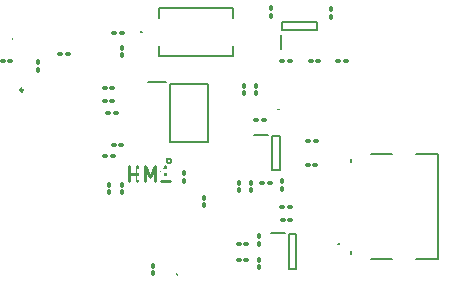
<source format=gto>
%TF.GenerationSoftware,KiCad,Pcbnew,7.0.9*%
%TF.CreationDate,2024-05-05T23:45:12+02:00*%
%TF.ProjectId,esp32_c3_custom_board,65737033-325f-4633-935f-637573746f6d,rev?*%
%TF.SameCoordinates,Original*%
%TF.FileFunction,Legend,Top*%
%TF.FilePolarity,Positive*%
%FSLAX46Y46*%
G04 Gerber Fmt 4.6, Leading zero omitted, Abs format (unit mm)*
G04 Created by KiCad (PCBNEW 7.0.9) date 2024-05-05 23:45:12*
%MOMM*%
%LPD*%
G01*
G04 APERTURE LIST*
G04 Aperture macros list*
%AMRoundRect*
0 Rectangle with rounded corners*
0 $1 Rounding radius*
0 $2 $3 $4 $5 $6 $7 $8 $9 X,Y pos of 4 corners*
0 Add a 4 corners polygon primitive as box body*
4,1,4,$2,$3,$4,$5,$6,$7,$8,$9,$2,$3,0*
0 Add four circle primitives for the rounded corners*
1,1,$1+$1,$2,$3*
1,1,$1+$1,$4,$5*
1,1,$1+$1,$6,$7*
1,1,$1+$1,$8,$9*
0 Add four rect primitives between the rounded corners*
20,1,$1+$1,$2,$3,$4,$5,0*
20,1,$1+$1,$4,$5,$6,$7,0*
20,1,$1+$1,$6,$7,$8,$9,0*
20,1,$1+$1,$8,$9,$2,$3,0*%
G04 Aperture macros list end*
%ADD10C,0.254000*%
%ADD11C,0.100000*%
%ADD12C,0.200000*%
%ADD13C,0.250000*%
%ADD14RoundRect,0.100000X-0.100000X0.130000X-0.100000X-0.130000X0.100000X-0.130000X0.100000X0.130000X0*%
%ADD15RoundRect,0.100000X-0.130000X-0.100000X0.130000X-0.100000X0.130000X0.100000X-0.130000X0.100000X0*%
%ADD16R,1.300000X0.500000*%
%ADD17R,0.870000X0.500000*%
%ADD18R,0.500000X0.500000*%
%ADD19R,0.900000X0.500000*%
%ADD20RoundRect,0.100000X0.100000X-0.130000X0.100000X0.130000X-0.100000X0.130000X-0.100000X-0.130000X0*%
%ADD21R,1.750000X1.200000*%
%ADD22RoundRect,0.100000X0.130000X0.100000X-0.130000X0.100000X-0.130000X-0.100000X0.130000X-0.100000X0*%
%ADD23C,1.200000*%
%ADD24R,0.500000X0.350000*%
%ADD25R,1.150000X0.600000*%
%ADD26R,0.600000X1.200000*%
%ADD27R,0.800000X0.300000*%
%ADD28R,0.300000X0.800000*%
%ADD29R,3.750000X3.750000*%
%ADD30R,1.000000X0.900000*%
%ADD31R,0.500000X1.300000*%
%ADD32R,0.500000X0.870000*%
%ADD33R,1.200000X0.600000*%
%ADD34C,0.650000*%
%ADD35R,1.150000X0.300000*%
%ADD36R,1.500000X1.500000*%
%ADD37R,1.525000X0.650000*%
G04 APERTURE END LIST*
D10*
X131285066Y-147480718D02*
X131285066Y-146210718D01*
X131285066Y-146815480D02*
X132010781Y-146815480D01*
X132010781Y-147480718D02*
X132010781Y-146210718D01*
X132615542Y-147480718D02*
X132615542Y-146210718D01*
X132615542Y-146210718D02*
X133038876Y-147117861D01*
X133038876Y-147117861D02*
X133462209Y-146210718D01*
X133462209Y-146210718D02*
X133462209Y-147480718D01*
X134732210Y-147480718D02*
X134006495Y-147480718D01*
X134369352Y-147480718D02*
X134369352Y-146210718D01*
X134369352Y-146210718D02*
X134248400Y-146392146D01*
X134248400Y-146392146D02*
X134127448Y-146513099D01*
X134127448Y-146513099D02*
X134006495Y-146573575D01*
D11*
%TO.C,D1*%
X143989800Y-141376400D02*
X143989800Y-141376400D01*
X143889800Y-141376400D02*
X143889800Y-141376400D01*
X143889800Y-141376400D02*
G75*
G03*
X143989800Y-141376400I50000J0D01*
G01*
X143989800Y-141376400D02*
G75*
G03*
X143889800Y-141376400I-50000J0D01*
G01*
D12*
%TO.C,S1*%
X132281400Y-134823200D02*
X132281400Y-134823200D01*
X132281400Y-134823200D02*
X132281400Y-134823200D01*
X132381400Y-134823200D02*
X132381400Y-134823200D01*
X133881400Y-132773200D02*
X140081400Y-132773200D01*
X133881400Y-133623200D02*
X133881400Y-132773200D01*
X133881400Y-136023200D02*
X133881400Y-136873200D01*
X133881400Y-136873200D02*
X140081400Y-136873200D01*
X140081400Y-132773200D02*
X140081400Y-133623200D01*
X140081400Y-136873200D02*
X140081400Y-136023200D01*
X132381400Y-134823200D02*
G75*
G03*
X132281400Y-134823200I-50000J0D01*
G01*
X132281400Y-134823200D02*
G75*
G03*
X132381400Y-134823200I50000J0D01*
G01*
X132281400Y-134823200D02*
G75*
G03*
X132381400Y-134823200I50000J0D01*
G01*
%TO.C,HM1*%
X134873290Y-145741400D02*
G75*
G03*
X134873290Y-145741400I-203890J0D01*
G01*
%TO.C,U2*%
X141897600Y-143549200D02*
X143047600Y-143549200D01*
X143397600Y-143599200D02*
X144047600Y-143599200D01*
X143397600Y-146499200D02*
X143397600Y-143599200D01*
X144047600Y-143599200D02*
X144047600Y-146499200D01*
X144047600Y-146499200D02*
X143397600Y-146499200D01*
%TO.C,IC3*%
X144209600Y-136245200D02*
X144209600Y-135045200D01*
X144234600Y-134695200D02*
X144234600Y-133995200D01*
X147184600Y-134695200D02*
X144234600Y-134695200D01*
X144234600Y-133995200D02*
X147184600Y-133995200D01*
X147184600Y-133995200D02*
X147184600Y-134695200D01*
D13*
%TO.C,IC1*%
X122345400Y-139740000D02*
G75*
G03*
X122345400Y-139740000I-125000J0D01*
G01*
D11*
%TO.C,Y1*%
X121387600Y-135303800D02*
X121387600Y-135303800D01*
X121387600Y-135403800D02*
X121387600Y-135403800D01*
X121387600Y-135403800D02*
G75*
G03*
X121387600Y-135303800I0J50000D01*
G01*
X121387600Y-135303800D02*
G75*
G03*
X121387600Y-135403800I0J-50000D01*
G01*
%TO.C,D2*%
X135331200Y-155273000D02*
X135331200Y-155273000D01*
X135331200Y-155373000D02*
X135331200Y-155373000D01*
X135331200Y-155373000D02*
G75*
G03*
X135331200Y-155273000I0J50000D01*
G01*
X135331200Y-155273000D02*
G75*
G03*
X135331200Y-155373000I0J-50000D01*
G01*
D12*
%TO.C,U1*%
X143305600Y-151816000D02*
X144505600Y-151816000D01*
X144855600Y-151954000D02*
X145455600Y-151954000D01*
X144855600Y-154878000D02*
X144855600Y-151954000D01*
X145455600Y-151954000D02*
X145455600Y-154878000D01*
X145455600Y-154878000D02*
X144855600Y-154878000D01*
%TO.C,J1*%
X151808200Y-154065200D02*
X153608200Y-154065200D01*
X155608200Y-154065200D02*
X157485200Y-154065200D01*
X157485200Y-154065200D02*
X157485200Y-145125200D01*
X150135200Y-153595200D02*
X150130200Y-153395200D01*
X149020200Y-152795200D02*
X149020200Y-152795200D01*
X149020200Y-152795200D02*
X149020200Y-152795200D01*
X149120200Y-152795200D02*
X149120200Y-152795200D01*
X150130200Y-145795200D02*
X150130200Y-145595200D01*
X153608200Y-145125200D02*
X151808200Y-145125200D01*
X157485200Y-145125200D02*
X155608200Y-145125200D01*
X149120200Y-152795200D02*
G75*
G03*
X149020200Y-152795200I-50000J0D01*
G01*
X149020200Y-152795200D02*
G75*
G03*
X149120200Y-152795200I50000J0D01*
G01*
X149020200Y-152795200D02*
G75*
G03*
X149120200Y-152795200I50000J0D01*
G01*
%TO.C,IC2*%
X132903400Y-139075800D02*
X134428400Y-139075800D01*
X134778400Y-139205800D02*
X137978400Y-139205800D01*
X134778400Y-144105800D02*
X134778400Y-139205800D01*
X137978400Y-139205800D02*
X137978400Y-144105800D01*
X137978400Y-144105800D02*
X134778400Y-144105800D01*
%TD*%
%LPC*%
D14*
%TO.C,C3*%
X118059200Y-140685600D03*
X118059200Y-141325600D03*
%TD*%
D15*
%TO.C,C4*%
X117368400Y-142463600D03*
X118008400Y-142463600D03*
%TD*%
%TO.C,R12*%
X130043400Y-134924800D03*
X130683400Y-134924800D03*
%TD*%
D16*
%TO.C,D1*%
X145039800Y-141376400D03*
D17*
X146354800Y-141376400D03*
%TD*%
D18*
%TO.C,MonoAnt1*%
X122766400Y-150977600D03*
D19*
X124866400Y-150977600D03*
%TD*%
D15*
%TO.C,C7*%
X146456400Y-144068800D03*
X147096400Y-144068800D03*
%TD*%
%TO.C,R7*%
X140588600Y-152755600D03*
X141228600Y-152755600D03*
%TD*%
D14*
%TO.C,C9*%
X140650000Y-147594400D03*
X140650000Y-148234400D03*
%TD*%
D15*
%TO.C,R8*%
X140609800Y-154127200D03*
X141249800Y-154127200D03*
%TD*%
D20*
%TO.C,C13*%
X141020800Y-140030600D03*
X141020800Y-139390600D03*
%TD*%
%TO.C,R6*%
X123596400Y-138003200D03*
X123596400Y-137363200D03*
%TD*%
D15*
%TO.C,R1*%
X129281400Y-145288000D03*
X129921400Y-145288000D03*
%TD*%
D21*
%TO.C,S1*%
X133856400Y-134823200D03*
X140106400Y-134823200D03*
%TD*%
D22*
%TO.C,R9*%
X144947600Y-150723600D03*
X144307600Y-150723600D03*
%TD*%
D23*
%TO.C,JST1*%
X154787600Y-134416800D03*
X154787600Y-136416800D03*
%TD*%
D14*
%TO.C,C5*%
X142341600Y-154116600D03*
X142341600Y-154756600D03*
%TD*%
D22*
%TO.C,L3*%
X147345800Y-137312400D03*
X146705800Y-137312400D03*
%TD*%
D24*
%TO.C,HM1*%
X134264400Y-146568400D03*
X134264400Y-147218400D03*
X134264400Y-147868400D03*
X134264400Y-148518400D03*
X132214400Y-148518400D03*
X132214400Y-147868400D03*
X132214400Y-147218400D03*
X132214400Y-146568400D03*
%TD*%
D15*
%TO.C,R5*%
X129255600Y-140665200D03*
X129895600Y-140665200D03*
%TD*%
D25*
%TO.C,U2*%
X142472600Y-144099200D03*
X142472600Y-145049200D03*
X142472600Y-145999200D03*
X144972600Y-145999200D03*
X144972600Y-144099200D03*
%TD*%
D14*
%TO.C,C10*%
X144256800Y-147446600D03*
X144256800Y-148086600D03*
%TD*%
%TO.C,R14*%
X135991600Y-146772800D03*
X135991600Y-147412800D03*
%TD*%
%TO.C,C17*%
X148386800Y-132888200D03*
X148386800Y-133528200D03*
%TD*%
D15*
%TO.C,R2*%
X129230600Y-139547600D03*
X129870600Y-139547600D03*
%TD*%
D26*
%TO.C,IC3*%
X144759600Y-135645200D03*
X145709600Y-135645200D03*
X146659600Y-135645200D03*
X146659600Y-133045200D03*
X144759600Y-133045200D03*
%TD*%
D27*
%TO.C,IC1*%
X122620400Y-140490000D03*
X122620400Y-140990000D03*
X122620400Y-141490000D03*
X122620400Y-141990000D03*
X122620400Y-142490000D03*
X122620400Y-142990000D03*
X122620400Y-143490000D03*
X122620400Y-143990000D03*
D28*
X123370400Y-144740000D03*
X123870400Y-144740000D03*
X124370400Y-144740000D03*
X124870400Y-144740000D03*
X125370400Y-144740000D03*
X125870400Y-144740000D03*
X126370400Y-144740000D03*
X126870400Y-144740000D03*
D27*
X127620400Y-143990000D03*
X127620400Y-143490000D03*
X127620400Y-142990000D03*
X127620400Y-142490000D03*
X127620400Y-141990000D03*
X127620400Y-141490000D03*
X127620400Y-140990000D03*
X127620400Y-140490000D03*
D28*
X126870400Y-139740000D03*
X126370400Y-139740000D03*
X125870400Y-139740000D03*
X125370400Y-139740000D03*
X124870400Y-139740000D03*
X124370400Y-139740000D03*
X123870400Y-139740000D03*
X123370400Y-139740000D03*
D29*
X125120400Y-142240000D03*
%TD*%
D15*
%TO.C,R3*%
X130017600Y-144373600D03*
X130657600Y-144373600D03*
%TD*%
D14*
%TO.C,C16*%
X129590800Y-147768400D03*
X129590800Y-148408400D03*
%TD*%
D15*
%TO.C,C8*%
X146451800Y-146100800D03*
X147091800Y-146100800D03*
%TD*%
%TO.C,C18*%
X149016800Y-137312400D03*
X149656800Y-137312400D03*
%TD*%
D22*
%TO.C,L2*%
X143205200Y-147574000D03*
X142565200Y-147574000D03*
%TD*%
D14*
%TO.C,C11*%
X141630400Y-147574000D03*
X141630400Y-148214000D03*
%TD*%
D15*
%TO.C,R10*%
X144256800Y-149606000D03*
X144896800Y-149606000D03*
%TD*%
D30*
%TO.C,Y1*%
X121387600Y-134416800D03*
X123037600Y-134416800D03*
X123037600Y-133190800D03*
X121387600Y-133190800D03*
%TD*%
D14*
%TO.C,C15*%
X130708400Y-147742600D03*
X130708400Y-148382600D03*
%TD*%
D15*
%TO.C,R4*%
X129535400Y-141681200D03*
X130175400Y-141681200D03*
%TD*%
D14*
%TO.C,C14*%
X130708400Y-136169000D03*
X130708400Y-136809000D03*
%TD*%
D20*
%TO.C,C6*%
X142280000Y-152775400D03*
X142280000Y-152135400D03*
%TD*%
D31*
%TO.C,D2*%
X135331200Y-154223000D03*
D32*
X135331200Y-152908000D03*
%TD*%
D15*
%TO.C,C1*%
X125496400Y-136652000D03*
X126136400Y-136652000D03*
%TD*%
%TO.C,R11*%
X142083000Y-142290800D03*
X142723000Y-142290800D03*
%TD*%
D33*
%TO.C,U1*%
X143905600Y-152466000D03*
X143905600Y-153416000D03*
X143905600Y-154366000D03*
X146405600Y-154366000D03*
X146405600Y-153416000D03*
X146405600Y-152466000D03*
%TD*%
D14*
%TO.C,R15*%
X137617200Y-148839400D03*
X137617200Y-149479400D03*
%TD*%
%TO.C,R17*%
X143357600Y-132791200D03*
X143357600Y-133431200D03*
%TD*%
%TO.C,R13*%
X133299200Y-154630600D03*
X133299200Y-155270600D03*
%TD*%
D15*
%TO.C,R16*%
X144267400Y-137312400D03*
X144907400Y-137312400D03*
%TD*%
%TO.C,C2*%
X120619600Y-137312400D03*
X121259600Y-137312400D03*
%TD*%
D34*
%TO.C,J1*%
X151205200Y-152485200D03*
X151205200Y-146705200D03*
D25*
X150130200Y-152795200D03*
X150130200Y-151995200D03*
D35*
X150130200Y-150845200D03*
X150130200Y-149845200D03*
X150130200Y-149345200D03*
X150130200Y-148345200D03*
D25*
X150130200Y-147195200D03*
X150130200Y-146395200D03*
D35*
X150130200Y-147845200D03*
X150130200Y-148845200D03*
X150130200Y-150345200D03*
X150130200Y-151345200D03*
D36*
X150705200Y-154715200D03*
X150705200Y-144475200D03*
X154635200Y-154715200D03*
X154635200Y-144475200D03*
%TD*%
D20*
%TO.C,L1*%
X116992400Y-141376400D03*
X116992400Y-140736400D03*
%TD*%
D37*
%TO.C,IC2*%
X133666400Y-139750800D03*
X133666400Y-141020800D03*
X133666400Y-142290800D03*
X133666400Y-143560800D03*
X139090400Y-143560800D03*
X139090400Y-142290800D03*
X139090400Y-141020800D03*
X139090400Y-139750800D03*
%TD*%
D14*
%TO.C,C12*%
X142087600Y-139390600D03*
X142087600Y-140030600D03*
%TD*%
%LPD*%
M02*

</source>
